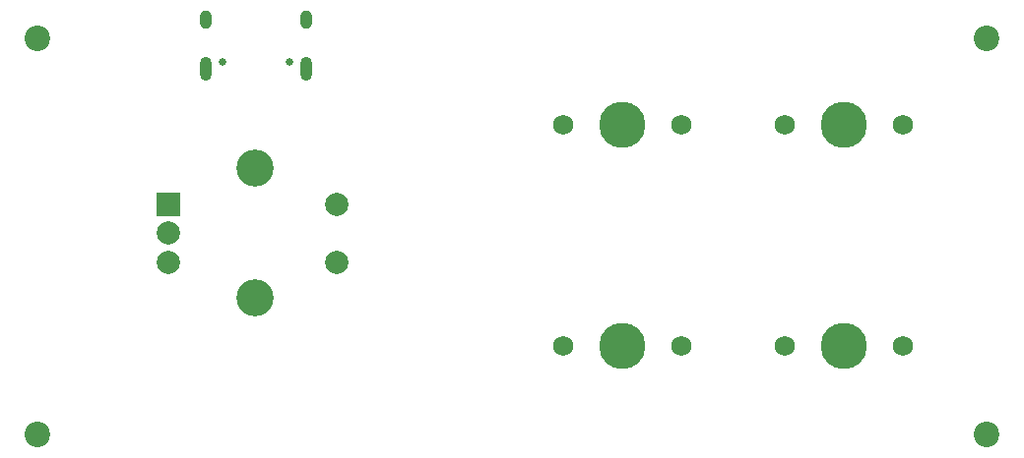
<source format=gbr>
%TF.GenerationSoftware,KiCad,Pcbnew,(6.0.1-0)*%
%TF.CreationDate,2022-12-29T15:08:46-03:00*%
%TF.ProjectId,macro,6d616372-6f2e-46b6-9963-61645f706362,rev?*%
%TF.SameCoordinates,Original*%
%TF.FileFunction,Soldermask,Top*%
%TF.FilePolarity,Negative*%
%FSLAX46Y46*%
G04 Gerber Fmt 4.6, Leading zero omitted, Abs format (unit mm)*
G04 Created by KiCad (PCBNEW (6.0.1-0)) date 2022-12-29 15:08:46*
%MOMM*%
%LPD*%
G01*
G04 APERTURE LIST*
%ADD10C,3.987800*%
%ADD11C,1.750000*%
%ADD12R,2.000000X2.000000*%
%ADD13C,2.000000*%
%ADD14C,3.200000*%
%ADD15C,2.200000*%
%ADD16C,0.650000*%
%ADD17O,1.000000X1.600000*%
%ADD18O,1.000000X2.100000*%
G04 APERTURE END LIST*
D10*
%TO.C,MX2*%
X178112500Y-88450000D03*
D11*
X183192500Y-88450000D03*
X173032500Y-88450000D03*
%TD*%
D12*
%TO.C,SW1*%
X120000000Y-95250000D03*
D13*
X120000000Y-100250000D03*
X120000000Y-97750000D03*
D14*
X127500000Y-103350000D03*
X127500000Y-92150000D03*
D13*
X134500000Y-100250000D03*
X134500000Y-95250000D03*
%TD*%
D10*
%TO.C,MX3*%
X159062500Y-107500000D03*
D11*
X153982500Y-107500000D03*
X164142500Y-107500000D03*
%TD*%
D15*
%TO.C,H4*%
X108743750Y-80962500D03*
%TD*%
%TO.C,H3*%
X190387500Y-80962500D03*
%TD*%
%TO.C,H1*%
X190387500Y-115093750D03*
%TD*%
D11*
%TO.C,MX4*%
X173032500Y-107500000D03*
D10*
X178112500Y-107500000D03*
D11*
X183192500Y-107500000D03*
%TD*%
%TO.C,MX1*%
X164142500Y-88450000D03*
D10*
X159062500Y-88450000D03*
D11*
X153982500Y-88450000D03*
%TD*%
D15*
%TO.C,H2*%
X108743750Y-115093750D03*
%TD*%
D16*
%TO.C,USB1*%
X124660000Y-83055000D03*
X130440000Y-83055000D03*
D17*
X123230000Y-79405000D03*
X131870000Y-79405000D03*
D18*
X131870000Y-83585000D03*
X123230000Y-83585000D03*
%TD*%
M02*

</source>
